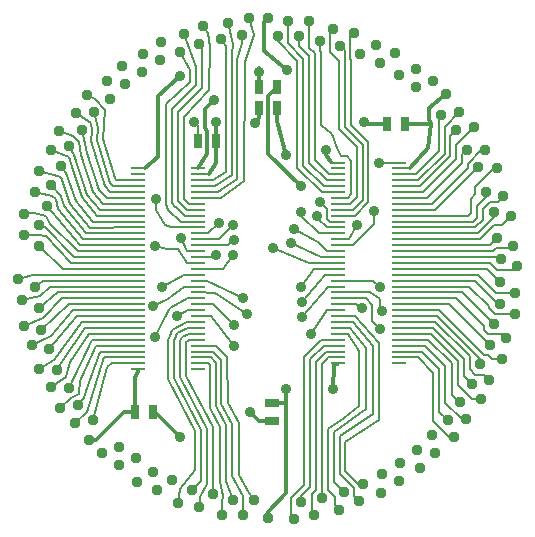
<source format=gtl>
G04 (created by PCBNEW-RS274X (2012-apr-16-27)-stable) date Wed 19 Feb 2014 01:24:25 PM EST*
G01*
G70*
G90*
%MOIN*%
G04 Gerber Fmt 3.4, Leading zero omitted, Abs format*
%FSLAX34Y34*%
G04 APERTURE LIST*
%ADD10C,0.006000*%
%ADD11R,0.025000X0.045000*%
%ADD12C,0.037000*%
%ADD13R,0.045000X0.025000*%
%ADD14R,0.045300X0.009800*%
%ADD15C,0.035000*%
%ADD16C,0.008000*%
%ADD17C,0.011800*%
G04 APERTURE END LIST*
G54D10*
G54D11*
X39070Y-34016D03*
X39670Y-34016D03*
X39070Y-33307D03*
X39670Y-33307D03*
G54D12*
X33386Y-45059D03*
X39350Y-47677D03*
G54D11*
X43942Y-34528D03*
X43342Y-34528D03*
X37643Y-35118D03*
X37043Y-35118D03*
X35517Y-44134D03*
X34917Y-44134D03*
G54D13*
X39508Y-44434D03*
X39508Y-43834D03*
G54D14*
X37028Y-42716D03*
X37028Y-42520D03*
X37028Y-42323D03*
X37028Y-42126D03*
X37028Y-41929D03*
X37028Y-41732D03*
X37028Y-41535D03*
X37028Y-41339D03*
X37028Y-41142D03*
X37028Y-40945D03*
X37028Y-40748D03*
X37028Y-40551D03*
X37028Y-40354D03*
X37028Y-40157D03*
X37028Y-39961D03*
X37028Y-39764D03*
X37028Y-39567D03*
X37028Y-39370D03*
X37028Y-39173D03*
X37028Y-38976D03*
X37028Y-38779D03*
X37028Y-38583D03*
X37028Y-38386D03*
X37028Y-38189D03*
X37028Y-37992D03*
X37028Y-37795D03*
X37028Y-37598D03*
X37028Y-37401D03*
X37028Y-37205D03*
X37028Y-37008D03*
X37028Y-36811D03*
X37028Y-36614D03*
X37028Y-36417D03*
X37028Y-36220D03*
X37028Y-36024D03*
X35020Y-36024D03*
X35020Y-36220D03*
X35020Y-36417D03*
X35020Y-36614D03*
X35020Y-36811D03*
X35020Y-37008D03*
X35020Y-37205D03*
X35020Y-37401D03*
X35020Y-37598D03*
X35020Y-37795D03*
X35020Y-37992D03*
X35020Y-38189D03*
X35020Y-38386D03*
X35020Y-38583D03*
X35020Y-38779D03*
X35020Y-38976D03*
X35020Y-39173D03*
X35020Y-39370D03*
X35020Y-39567D03*
X35020Y-39764D03*
X35020Y-39961D03*
X35020Y-40157D03*
X35020Y-40354D03*
X35020Y-40551D03*
X35020Y-40748D03*
X35020Y-40945D03*
X35020Y-41142D03*
X35020Y-41339D03*
X35020Y-41535D03*
X35020Y-41732D03*
X35020Y-41929D03*
X35020Y-42126D03*
X35020Y-42323D03*
X35020Y-42520D03*
X35020Y-42716D03*
X43721Y-42519D03*
X43721Y-42323D03*
X43721Y-42126D03*
X43721Y-41929D03*
X43721Y-41732D03*
X43721Y-41535D03*
X43721Y-41338D03*
X43721Y-41142D03*
X43721Y-40945D03*
X43721Y-40748D03*
X43721Y-40551D03*
X43721Y-40354D03*
X43721Y-40157D03*
X43721Y-39960D03*
X43721Y-39764D03*
X43721Y-39567D03*
X43721Y-39370D03*
X43721Y-39173D03*
X43721Y-38976D03*
X43721Y-38779D03*
X43721Y-38582D03*
X43721Y-38386D03*
X43721Y-38189D03*
X43721Y-37992D03*
X43721Y-37795D03*
X43721Y-37598D03*
X43721Y-37401D03*
X43721Y-37204D03*
X43721Y-37008D03*
X43721Y-36811D03*
X43721Y-36614D03*
X43721Y-36417D03*
X43721Y-36220D03*
X43721Y-36023D03*
X43721Y-35827D03*
X41713Y-35827D03*
X41713Y-36023D03*
X41713Y-36220D03*
X41713Y-36417D03*
X41713Y-36614D03*
X41713Y-36811D03*
X41713Y-37008D03*
X41713Y-37204D03*
X41713Y-37401D03*
X41713Y-37598D03*
X41713Y-37795D03*
X41713Y-37992D03*
X41713Y-38189D03*
X41713Y-38386D03*
X41713Y-38582D03*
X41713Y-38779D03*
X41713Y-38976D03*
X41713Y-39173D03*
X41713Y-39370D03*
X41713Y-39567D03*
X41713Y-39764D03*
X41713Y-39960D03*
X41713Y-40157D03*
X41713Y-40354D03*
X41713Y-40551D03*
X41713Y-40748D03*
X41713Y-40945D03*
X41713Y-41142D03*
X41713Y-41338D03*
X41713Y-41535D03*
X41713Y-41732D03*
X41713Y-41929D03*
X41713Y-42126D03*
X41713Y-42323D03*
X41713Y-42519D03*
G54D12*
X33346Y-33583D03*
X32952Y-34172D03*
X33558Y-34151D03*
X33164Y-34740D03*
X37835Y-47579D03*
X38544Y-47579D03*
X38189Y-47087D03*
X38898Y-47087D03*
X37520Y-46890D03*
X36825Y-46751D03*
X37076Y-47303D03*
X36381Y-47164D03*
X36181Y-46417D03*
X35526Y-46146D03*
X35666Y-46736D03*
X35011Y-46465D03*
X34980Y-45689D03*
X34391Y-45295D03*
X34412Y-45901D03*
X33823Y-45507D03*
X32441Y-44016D03*
X32942Y-44517D03*
X33039Y-43918D03*
X33541Y-44420D03*
X31732Y-42717D03*
X32125Y-43307D03*
X32338Y-42739D03*
X32731Y-43328D03*
X31220Y-41260D03*
X31491Y-41915D03*
X31810Y-41399D03*
X32081Y-42054D03*
X31043Y-39724D03*
X31181Y-40419D03*
X31594Y-39976D03*
X31732Y-40671D03*
X31240Y-37539D03*
X31240Y-38248D03*
X31732Y-37893D03*
X31732Y-38602D03*
X31732Y-36122D03*
X31593Y-36817D03*
X32145Y-36566D03*
X32006Y-37261D03*
X32402Y-34764D03*
X32131Y-35419D03*
X32721Y-35279D03*
X32450Y-35934D03*
X34094Y-33701D03*
X34595Y-33200D03*
X33996Y-33103D03*
X34498Y-32601D03*
X35177Y-32815D03*
X35767Y-32422D03*
X35199Y-32209D03*
X35788Y-31816D03*
X36417Y-32146D03*
X37072Y-31875D03*
X36556Y-31556D03*
X37211Y-31285D03*
X38740Y-31024D03*
X38045Y-31162D03*
X38488Y-31575D03*
X37793Y-31713D03*
X41083Y-31791D03*
X41778Y-31930D03*
X41527Y-31378D03*
X42222Y-31517D03*
X40217Y-47697D03*
X40912Y-47559D03*
X40469Y-47146D03*
X41164Y-47008D03*
X42539Y-46535D03*
X41884Y-46806D03*
X42400Y-47125D03*
X41745Y-47396D03*
X43760Y-45827D03*
X43170Y-46220D03*
X43738Y-46433D03*
X43149Y-46826D03*
X44843Y-44902D03*
X44342Y-45403D03*
X44941Y-45500D03*
X44439Y-46002D03*
X45571Y-44980D03*
X45965Y-44391D03*
X45359Y-44412D03*
X45753Y-43823D03*
X46476Y-43720D03*
X46747Y-43065D03*
X46157Y-43205D03*
X46428Y-42550D03*
X47165Y-42362D03*
X47304Y-41667D03*
X46752Y-41918D03*
X46891Y-41223D03*
X47598Y-40886D03*
X47598Y-40177D03*
X47106Y-40532D03*
X47106Y-39823D03*
X47677Y-39291D03*
X47539Y-38596D03*
X47126Y-39039D03*
X46988Y-38344D03*
X47480Y-37598D03*
X47209Y-36943D03*
X46890Y-37459D03*
X46619Y-36804D03*
X46988Y-36004D03*
X46595Y-35414D03*
X46382Y-35982D03*
X45989Y-35393D03*
X46240Y-34646D03*
X45739Y-34145D03*
X45642Y-34744D03*
X45140Y-34242D03*
X43720Y-32913D03*
X44309Y-33307D03*
X44288Y-32701D03*
X44877Y-33095D03*
X40748Y-31122D03*
X40039Y-31122D03*
X40394Y-31614D03*
X39685Y-31614D03*
X39370Y-31004D03*
X45295Y-33543D03*
X42441Y-32224D03*
X43096Y-32495D03*
X42956Y-31905D03*
X43611Y-32176D03*
G54D15*
X41102Y-37146D03*
X41004Y-37618D03*
X40472Y-37461D03*
X42323Y-37913D03*
X42894Y-37441D03*
X40217Y-38031D03*
X40118Y-38504D03*
X39528Y-38681D03*
X40472Y-39961D03*
X40492Y-40472D03*
X43091Y-39980D03*
X40512Y-40965D03*
X43169Y-40768D03*
X43110Y-41378D03*
X42500Y-40689D03*
X40787Y-41535D03*
X36437Y-32933D03*
X39075Y-32795D03*
X38917Y-34508D03*
X37559Y-33740D03*
X35630Y-37028D03*
X37717Y-37835D03*
X38209Y-37913D03*
X38248Y-38406D03*
X36457Y-38346D03*
X37638Y-38917D03*
X35591Y-38622D03*
X38189Y-38917D03*
X35827Y-39961D03*
X38543Y-40354D03*
X35531Y-40610D03*
X38661Y-40866D03*
X35610Y-41634D03*
X38228Y-41240D03*
X36319Y-40945D03*
X38228Y-41949D03*
X40453Y-36614D03*
X41299Y-35394D03*
X39980Y-35571D03*
X43051Y-35827D03*
X38760Y-44134D03*
X36417Y-44961D03*
X36909Y-34488D03*
X42559Y-34469D03*
X39980Y-43386D03*
X41535Y-43386D03*
X37618Y-34469D03*
X40000Y-32756D03*
G54D16*
X45448Y-35595D02*
X45448Y-34938D01*
X44429Y-36614D02*
X45448Y-35595D01*
X43721Y-36614D02*
X44429Y-36614D01*
X45448Y-34938D02*
X45642Y-34744D01*
X43721Y-36811D02*
X44527Y-36811D01*
X45630Y-35256D02*
X46240Y-34646D01*
X45630Y-35708D02*
X45630Y-35256D01*
X44527Y-36811D02*
X45630Y-35708D01*
X43721Y-37008D02*
X44665Y-37008D01*
X45827Y-35555D02*
X45989Y-35393D01*
X45827Y-35846D02*
X45827Y-35555D01*
X44665Y-37008D02*
X45827Y-35846D01*
X46024Y-36003D02*
X46024Y-35866D01*
X43721Y-37204D02*
X44823Y-37204D01*
X46476Y-35414D02*
X46595Y-35414D01*
X44823Y-37204D02*
X46024Y-36003D01*
X46024Y-35866D02*
X46476Y-35414D01*
X43721Y-37401D02*
X44941Y-37401D01*
X46382Y-35960D02*
X46382Y-35982D01*
X44941Y-37401D02*
X46382Y-35960D01*
X43721Y-37598D02*
X46024Y-37598D01*
X46280Y-36890D02*
X46280Y-36634D01*
X46910Y-36004D02*
X46988Y-36004D01*
X46122Y-37500D02*
X46122Y-37048D01*
X46122Y-37048D02*
X46280Y-36890D01*
X46280Y-36634D02*
X46910Y-36004D01*
X46024Y-37598D02*
X46122Y-37500D01*
X46319Y-37672D02*
X46319Y-37284D01*
X43721Y-37795D02*
X46196Y-37795D01*
X46196Y-37795D02*
X46319Y-37672D01*
X46319Y-37284D02*
X46619Y-36984D01*
X46619Y-36984D02*
X46619Y-36804D01*
X46260Y-37992D02*
X46516Y-37736D01*
X43721Y-37992D02*
X46260Y-37992D01*
X46516Y-37362D02*
X46752Y-37126D01*
X46752Y-37126D02*
X47026Y-37126D01*
X46516Y-37736D02*
X46516Y-37362D01*
X47026Y-37126D02*
X47209Y-36943D01*
X46358Y-38189D02*
X46890Y-37657D01*
X43721Y-38189D02*
X46358Y-38189D01*
X46890Y-37657D02*
X46890Y-37459D01*
X46436Y-38386D02*
X46909Y-37913D01*
X46909Y-37913D02*
X47165Y-37913D01*
X47165Y-37913D02*
X47480Y-37598D01*
X43721Y-38386D02*
X46436Y-38386D01*
X43721Y-38582D02*
X46750Y-38582D01*
X46750Y-38582D02*
X46988Y-38344D01*
X46871Y-38779D02*
X46969Y-38681D01*
X46969Y-38681D02*
X47454Y-38681D01*
X47454Y-38681D02*
X47539Y-38596D01*
X43721Y-38779D02*
X46871Y-38779D01*
X43721Y-38976D02*
X47063Y-38976D01*
X47063Y-38976D02*
X47126Y-39039D01*
X43721Y-39173D02*
X46772Y-39173D01*
X46772Y-39173D02*
X47008Y-39409D01*
X47008Y-39409D02*
X47559Y-39409D01*
X47559Y-39409D02*
X47677Y-39291D01*
X43721Y-39370D02*
X46653Y-39370D01*
X46653Y-39370D02*
X47106Y-39823D01*
X46359Y-39567D02*
X46969Y-40177D01*
X46969Y-40177D02*
X47598Y-40177D01*
X43721Y-39567D02*
X46359Y-39567D01*
X43721Y-39764D02*
X46279Y-39764D01*
X46279Y-39764D02*
X47047Y-40532D01*
X47047Y-40532D02*
X47106Y-40532D01*
X43721Y-39960D02*
X46082Y-39960D01*
X46082Y-39960D02*
X46732Y-40610D01*
X46732Y-40610D02*
X46732Y-40689D01*
X46929Y-40886D02*
X47598Y-40886D01*
X46732Y-40689D02*
X46929Y-40886D01*
X45825Y-40157D02*
X46891Y-41223D01*
X43721Y-40157D02*
X45825Y-40157D01*
X47192Y-41555D02*
X47304Y-41667D01*
X43721Y-40354D02*
X45629Y-40354D01*
X46555Y-41280D02*
X46555Y-41417D01*
X46693Y-41555D02*
X47192Y-41555D01*
X46555Y-41417D02*
X46693Y-41555D01*
X45629Y-40354D02*
X46555Y-41280D01*
X43721Y-40551D02*
X45385Y-40551D01*
X45385Y-40551D02*
X46752Y-41918D01*
X46575Y-42244D02*
X46712Y-42244D01*
X45079Y-40748D02*
X46575Y-42244D01*
X46712Y-42244D02*
X46830Y-42362D01*
X46830Y-42362D02*
X47165Y-42362D01*
X43721Y-40748D02*
X45079Y-40748D01*
X46428Y-42373D02*
X46428Y-42550D01*
X43721Y-40945D02*
X45000Y-40945D01*
X45000Y-40945D02*
X46428Y-42373D01*
X44941Y-41142D02*
X46083Y-42284D01*
X46280Y-42894D02*
X46576Y-42894D01*
X46576Y-42894D02*
X46747Y-43065D01*
X46083Y-42697D02*
X46280Y-42894D01*
X46083Y-42284D02*
X46083Y-42697D01*
X43721Y-41142D02*
X44941Y-41142D01*
X44862Y-41338D02*
X45886Y-42362D01*
X45886Y-42362D02*
X45886Y-42934D01*
X45886Y-42934D02*
X46157Y-43205D01*
X43721Y-41338D02*
X44862Y-41338D01*
X45689Y-43248D02*
X46161Y-43720D01*
X43721Y-41535D02*
X44783Y-41535D01*
X45689Y-42441D02*
X45689Y-43248D01*
X46161Y-43720D02*
X46476Y-43720D01*
X44783Y-41535D02*
X45689Y-42441D01*
X43721Y-41732D02*
X44704Y-41732D01*
X45492Y-43562D02*
X45753Y-43823D01*
X44704Y-41732D02*
X45492Y-42520D01*
X45492Y-42520D02*
X45492Y-43562D01*
X44606Y-41929D02*
X45276Y-42599D01*
X45828Y-44391D02*
X45965Y-44391D01*
X45276Y-42599D02*
X45276Y-43839D01*
X43721Y-41929D02*
X44606Y-41929D01*
X45276Y-43839D02*
X45828Y-44391D01*
X43721Y-42126D02*
X44488Y-42126D01*
X45079Y-42717D02*
X45079Y-44132D01*
X45079Y-44132D02*
X45359Y-44412D01*
X44488Y-42126D02*
X45079Y-42717D01*
X45413Y-44980D02*
X45571Y-44980D01*
X44370Y-42323D02*
X44882Y-42835D01*
X43721Y-42323D02*
X44370Y-42323D01*
X44882Y-42835D02*
X44882Y-44449D01*
X44882Y-44449D02*
X45413Y-44980D01*
X40925Y-32186D02*
X40748Y-32008D01*
X41713Y-36220D02*
X41398Y-36220D01*
X40748Y-32008D02*
X40748Y-31122D01*
X40925Y-35748D02*
X40925Y-32186D01*
X41398Y-36220D02*
X40925Y-35748D01*
X40728Y-35846D02*
X40728Y-32283D01*
X41713Y-36417D02*
X41319Y-36417D01*
X40394Y-31929D02*
X40394Y-31614D01*
X41319Y-36417D02*
X40728Y-35846D01*
X40728Y-32283D02*
X40394Y-31929D01*
X41240Y-36614D02*
X40531Y-35926D01*
X41713Y-36614D02*
X41240Y-36614D01*
X40531Y-35926D02*
X40531Y-32363D01*
X40531Y-32363D02*
X40039Y-31850D01*
X40039Y-31850D02*
X40039Y-31122D01*
X39685Y-31772D02*
X39685Y-31614D01*
X40335Y-32442D02*
X39685Y-31772D01*
X41713Y-36811D02*
X41162Y-36811D01*
X41162Y-36811D02*
X40335Y-36004D01*
X40335Y-36004D02*
X40335Y-32442D01*
X42027Y-37008D02*
X42146Y-36889D01*
X42146Y-35768D02*
X41988Y-35610D01*
X41791Y-35610D02*
X41673Y-35354D01*
X41988Y-35610D02*
X41791Y-35610D01*
X42146Y-36889D02*
X42146Y-35768D01*
X41673Y-35354D02*
X41496Y-34882D01*
X41122Y-34567D02*
X41122Y-32165D01*
X41122Y-32165D02*
X41083Y-32067D01*
X41083Y-32067D02*
X41083Y-31791D01*
X41496Y-34882D02*
X41122Y-34567D01*
X41713Y-37008D02*
X42027Y-37008D01*
X41732Y-34704D02*
X41732Y-32441D01*
X42343Y-35315D02*
X41732Y-34704D01*
X42343Y-36968D02*
X42343Y-35315D01*
X42107Y-37204D02*
X42343Y-36968D01*
X41437Y-31468D02*
X41527Y-31378D01*
X41732Y-32441D02*
X41437Y-32146D01*
X41437Y-32146D02*
X41437Y-31468D01*
X41713Y-37204D02*
X42107Y-37204D01*
X41929Y-34641D02*
X41929Y-32081D01*
X42525Y-37062D02*
X42525Y-35237D01*
X41713Y-37401D02*
X42186Y-37401D01*
X42186Y-37401D02*
X42525Y-37062D01*
X42525Y-35237D02*
X41929Y-34641D01*
X41929Y-32081D02*
X41778Y-31930D01*
X42111Y-32367D02*
X42111Y-31628D01*
X41713Y-37598D02*
X42264Y-37598D01*
X42111Y-31628D02*
X42222Y-31517D01*
X42126Y-32382D02*
X42111Y-32367D01*
X42126Y-34567D02*
X42126Y-32382D01*
X42707Y-35148D02*
X42126Y-34567D01*
X42264Y-37598D02*
X42707Y-37155D01*
X42707Y-37155D02*
X42707Y-35148D01*
X41339Y-37383D02*
X41102Y-37146D01*
X41339Y-37716D02*
X41339Y-37383D01*
X41418Y-37795D02*
X41339Y-37716D01*
X41713Y-37795D02*
X41418Y-37795D01*
X41713Y-37992D02*
X41319Y-37992D01*
X41319Y-37992D02*
X41004Y-37677D01*
X41004Y-37677D02*
X41004Y-37618D01*
X41063Y-38189D02*
X40472Y-37598D01*
X40472Y-37598D02*
X40472Y-37461D01*
X41063Y-38189D02*
X41713Y-38189D01*
X41713Y-38386D02*
X42067Y-38386D01*
X42067Y-38386D02*
X42323Y-37913D01*
X42894Y-37873D02*
X42894Y-37441D01*
X41713Y-38582D02*
X42185Y-38582D01*
X42185Y-38582D02*
X42894Y-37873D01*
X41043Y-38484D02*
X40217Y-38031D01*
X41713Y-38779D02*
X41338Y-38779D01*
X41338Y-38779D02*
X41043Y-38484D01*
X41142Y-38976D02*
X40118Y-38504D01*
X41713Y-38976D02*
X41575Y-38976D01*
X41555Y-38976D02*
X41142Y-38976D01*
X41575Y-38976D02*
X41555Y-38976D01*
X41713Y-39173D02*
X40728Y-39173D01*
X40728Y-39173D02*
X39528Y-38681D01*
X41713Y-39370D02*
X40905Y-39370D01*
X40905Y-39370D02*
X40472Y-39961D01*
X41713Y-39567D02*
X41280Y-39567D01*
X41280Y-39567D02*
X40492Y-40472D01*
X42875Y-39764D02*
X43091Y-39980D01*
X41713Y-39764D02*
X42875Y-39764D01*
X41713Y-39960D02*
X41378Y-39961D01*
X41378Y-39961D02*
X40512Y-40965D01*
X41713Y-40157D02*
X42776Y-40157D01*
X43110Y-40708D02*
X43169Y-40768D01*
X43110Y-40374D02*
X43110Y-40708D01*
X42776Y-40157D02*
X43110Y-40374D01*
X42835Y-40571D02*
X42835Y-41103D01*
X42835Y-41103D02*
X43110Y-41378D01*
X41713Y-40354D02*
X42618Y-40354D01*
X42618Y-40354D02*
X42835Y-40571D01*
X42303Y-40551D02*
X42500Y-40689D01*
X41713Y-40551D02*
X42303Y-40551D01*
X41713Y-40748D02*
X41319Y-40748D01*
X41319Y-40748D02*
X41319Y-40748D01*
X41319Y-40748D02*
X40787Y-41535D01*
X41949Y-45138D02*
X41949Y-46122D01*
X43071Y-41858D02*
X43071Y-44415D01*
X41949Y-46122D02*
X42362Y-46535D01*
X42362Y-46535D02*
X42539Y-46535D01*
X41713Y-40945D02*
X42266Y-40945D01*
X43071Y-44415D02*
X41949Y-45138D01*
X42266Y-40945D02*
X43071Y-41858D01*
X42224Y-46949D02*
X42400Y-47125D01*
X41752Y-46201D02*
X42224Y-46673D01*
X42224Y-46673D02*
X42224Y-46949D01*
X42874Y-41953D02*
X42874Y-44213D01*
X41713Y-41142D02*
X42185Y-41142D01*
X41752Y-44942D02*
X41752Y-46201D01*
X42874Y-44213D02*
X41752Y-44942D01*
X42185Y-41142D02*
X42874Y-41953D01*
X41713Y-41338D02*
X42105Y-41338D01*
X41555Y-46477D02*
X41884Y-46806D01*
X41555Y-44823D02*
X41555Y-46477D01*
X42618Y-44055D02*
X41555Y-44823D01*
X42618Y-42014D02*
X42618Y-44055D01*
X42105Y-41338D02*
X42618Y-42014D01*
X41358Y-46732D02*
X41594Y-46968D01*
X41594Y-47245D02*
X41745Y-47396D01*
X41594Y-46968D02*
X41594Y-47245D01*
X42402Y-42106D02*
X42402Y-42736D01*
X41890Y-44331D02*
X41358Y-44705D01*
X41358Y-44705D02*
X41358Y-46732D01*
X42402Y-43937D02*
X41890Y-44331D01*
X42402Y-42736D02*
X42402Y-43937D01*
X42027Y-41535D02*
X42402Y-42106D01*
X41713Y-41535D02*
X42027Y-41535D01*
X40571Y-46575D02*
X40138Y-47008D01*
X41142Y-41732D02*
X40571Y-42303D01*
X40138Y-47618D02*
X40217Y-47697D01*
X41713Y-41732D02*
X41142Y-41732D01*
X40138Y-47008D02*
X40138Y-47618D01*
X40571Y-42303D02*
X40571Y-46575D01*
X40768Y-46653D02*
X40469Y-46952D01*
X40768Y-42382D02*
X40768Y-46653D01*
X40469Y-46952D02*
X40469Y-47146D01*
X41713Y-41929D02*
X41221Y-41929D01*
X41221Y-41929D02*
X40768Y-42382D01*
X41713Y-42126D02*
X41299Y-42126D01*
X40827Y-47474D02*
X40912Y-47559D01*
X40827Y-46870D02*
X40827Y-47474D01*
X40965Y-46732D02*
X40827Y-46870D01*
X40965Y-42460D02*
X40965Y-46732D01*
X41299Y-42126D02*
X40965Y-42460D01*
X41339Y-42362D02*
X41338Y-42362D01*
X41164Y-42536D02*
X41164Y-47008D01*
X41338Y-42362D02*
X41164Y-42536D01*
X41378Y-42323D02*
X41339Y-42362D01*
X41713Y-42323D02*
X41378Y-42323D01*
X45059Y-35452D02*
X45059Y-34323D01*
X43721Y-36220D02*
X44291Y-36220D01*
X44291Y-36220D02*
X45059Y-35452D01*
X45059Y-34323D02*
X45140Y-34242D01*
X45256Y-34628D02*
X45739Y-34145D01*
X44370Y-36417D02*
X45256Y-35531D01*
X45256Y-35531D02*
X45256Y-34628D01*
X43721Y-36417D02*
X44370Y-36417D01*
X35020Y-36024D02*
X35256Y-36004D01*
G54D17*
X35689Y-35650D02*
X35689Y-33622D01*
X35256Y-36004D02*
X35689Y-35650D01*
G54D16*
X39075Y-32795D02*
X39070Y-32682D01*
G54D17*
X39070Y-32682D02*
X39070Y-33307D01*
X35689Y-33622D02*
X36437Y-32933D01*
X37343Y-34764D02*
X37264Y-34685D01*
X38917Y-34508D02*
X39075Y-34331D01*
X37343Y-35531D02*
X37343Y-34764D01*
X37028Y-36004D02*
X37343Y-35531D01*
G54D16*
X37559Y-33760D02*
X37559Y-33740D01*
X37028Y-36024D02*
X37028Y-36004D01*
G54D17*
X39075Y-34331D02*
X39070Y-34016D01*
X37264Y-34685D02*
X37264Y-34035D01*
X37264Y-34035D02*
X37559Y-33740D01*
G54D16*
X33602Y-33701D02*
X33346Y-33583D01*
X34311Y-36417D02*
X34252Y-36358D01*
X34252Y-36358D02*
X33878Y-35039D01*
X35020Y-36417D02*
X34311Y-36417D01*
X33878Y-35039D02*
X33937Y-34075D01*
X33937Y-34075D02*
X33602Y-33701D01*
X32480Y-36949D02*
X32145Y-36566D01*
X34508Y-38189D02*
X33307Y-38187D01*
X33307Y-38187D02*
X32559Y-37283D01*
X32559Y-37283D02*
X32480Y-36949D01*
X35020Y-38189D02*
X34508Y-38189D01*
X35020Y-38386D02*
X33209Y-38386D01*
X32303Y-37047D02*
X32165Y-36949D01*
X33209Y-38386D02*
X32362Y-37362D01*
X32362Y-37362D02*
X32303Y-37047D01*
X32165Y-36949D02*
X31593Y-36817D01*
X35020Y-38583D02*
X33110Y-38583D01*
X33110Y-38583D02*
X32006Y-37261D01*
X32106Y-37874D02*
X31969Y-37598D01*
X31969Y-37598D02*
X31575Y-37500D01*
X31575Y-37500D02*
X31240Y-37539D01*
X35020Y-38779D02*
X33031Y-38780D01*
X33031Y-38780D02*
X32106Y-37874D01*
X32894Y-38976D02*
X31949Y-37992D01*
X35020Y-38976D02*
X32894Y-38976D01*
X31949Y-37992D02*
X31732Y-37893D01*
X31713Y-38248D02*
X31240Y-38248D01*
X35020Y-39173D02*
X32795Y-39173D01*
X31969Y-38287D02*
X31713Y-38248D01*
X32795Y-39173D02*
X31969Y-38287D01*
X35020Y-39370D02*
X32520Y-39370D01*
X32520Y-39370D02*
X31732Y-38602D01*
X31535Y-39567D02*
X31043Y-39724D01*
X35020Y-39567D02*
X31535Y-39567D01*
X31850Y-39764D02*
X31594Y-39976D01*
X35020Y-39764D02*
X31850Y-39764D01*
X35020Y-39961D02*
X32106Y-39961D01*
X32106Y-39961D02*
X31772Y-40276D01*
X31772Y-40276D02*
X31181Y-40419D01*
X34094Y-36496D02*
X33681Y-35059D01*
X33701Y-34685D02*
X33558Y-34151D01*
X34213Y-36614D02*
X34094Y-36496D01*
X35020Y-36614D02*
X34213Y-36614D01*
X33681Y-35059D02*
X33701Y-34685D01*
X35020Y-40157D02*
X32362Y-40157D01*
X32362Y-40157D02*
X31732Y-40671D01*
X32500Y-40354D02*
X31870Y-41024D01*
X31870Y-41024D02*
X31220Y-41260D01*
X35020Y-40354D02*
X32500Y-40354D01*
X35020Y-40551D02*
X32717Y-40551D01*
X32717Y-40551D02*
X31810Y-41399D01*
X32874Y-40748D02*
X32126Y-41614D01*
X32126Y-41614D02*
X31491Y-41915D01*
X35020Y-40748D02*
X32874Y-40748D01*
X33012Y-40945D02*
X32081Y-42054D01*
X35020Y-40945D02*
X33012Y-40945D01*
X33150Y-41142D02*
X32224Y-42421D01*
X32224Y-42421D02*
X31732Y-42717D01*
X35020Y-41142D02*
X33150Y-41142D01*
X33268Y-41339D02*
X32520Y-42421D01*
X35020Y-41339D02*
X33268Y-41339D01*
X32520Y-42421D02*
X32338Y-42739D01*
X33386Y-41535D02*
X32756Y-42461D01*
X35020Y-41535D02*
X33386Y-41535D01*
X32756Y-42461D02*
X32618Y-42992D01*
X32618Y-42992D02*
X32125Y-43307D01*
X33484Y-41732D02*
X32731Y-43328D01*
X35020Y-41732D02*
X33484Y-41732D01*
X35020Y-41929D02*
X33622Y-41929D01*
X33622Y-41929D02*
X33084Y-43109D01*
X32795Y-43661D02*
X32441Y-44016D01*
X33071Y-43543D02*
X32795Y-43661D01*
X33084Y-43109D02*
X33071Y-43543D01*
X33465Y-35098D02*
X33504Y-34783D01*
X34094Y-36811D02*
X33917Y-36614D01*
X33504Y-34783D02*
X33465Y-34508D01*
X33465Y-34508D02*
X32952Y-34172D01*
X33917Y-36614D02*
X33465Y-35098D01*
X35020Y-36811D02*
X34094Y-36811D01*
X33287Y-43445D02*
X33228Y-43681D01*
X33760Y-42126D02*
X33287Y-43445D01*
X35020Y-42126D02*
X33760Y-42126D01*
X33228Y-43681D02*
X33039Y-43918D01*
X35020Y-42323D02*
X33898Y-42323D01*
X33327Y-44154D02*
X32942Y-44517D01*
X33898Y-42323D02*
X33327Y-44154D01*
X34173Y-42520D02*
X33996Y-42657D01*
X35020Y-42520D02*
X34173Y-42520D01*
X33996Y-42657D02*
X33541Y-44420D01*
X37953Y-36129D02*
X37953Y-31938D01*
X37520Y-36417D02*
X37953Y-36129D01*
X37953Y-31938D02*
X37793Y-31713D01*
X37028Y-36417D02*
X37520Y-36417D01*
X37598Y-36614D02*
X38150Y-36246D01*
X37028Y-36614D02*
X37559Y-36614D01*
X37559Y-36614D02*
X37598Y-36614D01*
X38150Y-36246D02*
X38150Y-32213D01*
X38209Y-31890D02*
X38045Y-31162D01*
X38150Y-32213D02*
X38209Y-31890D01*
X37028Y-36811D02*
X37697Y-36811D01*
X38484Y-31831D02*
X38488Y-31575D01*
X38346Y-36359D02*
X38346Y-32402D01*
X38346Y-32402D02*
X38484Y-31831D01*
X37697Y-36811D02*
X38346Y-36359D01*
X38898Y-31575D02*
X38740Y-31024D01*
X37028Y-37008D02*
X37795Y-37008D01*
X38564Y-36437D02*
X38583Y-32460D01*
X38583Y-32460D02*
X38898Y-31575D01*
X37795Y-37008D02*
X38564Y-36437D01*
X37362Y-31516D02*
X37211Y-31285D01*
X37403Y-33394D02*
X37430Y-31966D01*
X37028Y-37205D02*
X36732Y-37205D01*
X37430Y-31966D02*
X37362Y-31516D01*
X36555Y-34322D02*
X37403Y-33394D01*
X36732Y-37205D02*
X36555Y-37026D01*
X36555Y-37026D02*
X36555Y-34322D01*
X37028Y-37401D02*
X36713Y-37402D01*
X37165Y-33327D02*
X37165Y-31957D01*
X37165Y-31957D02*
X37072Y-31875D01*
X36359Y-37107D02*
X36359Y-34155D01*
X36359Y-34155D02*
X37165Y-33327D01*
X36496Y-37244D02*
X36359Y-37107D01*
X36713Y-37402D02*
X36673Y-37402D01*
X36673Y-37402D02*
X36496Y-37244D01*
X35020Y-37008D02*
X33996Y-37008D01*
X33740Y-36732D02*
X33346Y-35512D01*
X33996Y-37008D02*
X33740Y-36732D01*
X33346Y-35512D02*
X33164Y-34740D01*
X37028Y-37598D02*
X36614Y-37598D01*
X36969Y-32640D02*
X36556Y-31556D01*
X36161Y-34055D02*
X36969Y-33247D01*
X36969Y-33247D02*
X36969Y-32640D01*
X36614Y-37598D02*
X36299Y-37323D01*
X36161Y-37184D02*
X36161Y-34055D01*
X36299Y-37323D02*
X36280Y-37303D01*
X36280Y-37303D02*
X36161Y-37184D01*
X36772Y-32749D02*
X36417Y-32146D01*
X35965Y-33878D02*
X36772Y-33149D01*
X35965Y-37224D02*
X35965Y-33878D01*
X36476Y-37795D02*
X36043Y-37402D01*
X37028Y-37795D02*
X36476Y-37795D01*
X36043Y-37402D02*
X35965Y-37224D01*
X36772Y-33149D02*
X36772Y-32749D01*
X35630Y-37402D02*
X35630Y-37028D01*
X36142Y-37992D02*
X35945Y-37894D01*
X37028Y-37992D02*
X36673Y-37992D01*
X35945Y-37894D02*
X35630Y-37402D01*
X36673Y-37992D02*
X36142Y-37992D01*
X37363Y-38189D02*
X37028Y-38189D01*
X37363Y-38189D02*
X37717Y-37835D01*
X37028Y-38386D02*
X37736Y-38386D01*
X37736Y-38386D02*
X38209Y-37913D01*
X37028Y-38583D02*
X37362Y-38583D01*
X37362Y-38583D02*
X37362Y-38583D01*
X37362Y-38583D02*
X38021Y-38583D01*
X38021Y-38583D02*
X38248Y-38406D01*
X37028Y-38779D02*
X36791Y-38780D01*
X36673Y-38780D02*
X36457Y-38346D01*
X36791Y-38780D02*
X36673Y-38780D01*
X37028Y-38976D02*
X37579Y-38976D01*
X37579Y-38976D02*
X37638Y-38917D01*
X36356Y-38701D02*
X36002Y-38699D01*
X36002Y-38699D02*
X35591Y-38622D01*
X36654Y-39173D02*
X36356Y-38701D01*
X37028Y-39173D02*
X36654Y-39173D01*
X37854Y-39370D02*
X38189Y-38917D01*
X37028Y-39370D02*
X37854Y-39370D01*
X35020Y-37205D02*
X33878Y-37205D01*
X32874Y-34941D02*
X32402Y-34764D01*
X33130Y-35591D02*
X33071Y-35157D01*
X33543Y-36811D02*
X33130Y-35591D01*
X33878Y-37205D02*
X33543Y-36811D01*
X33071Y-35157D02*
X32874Y-34941D01*
X37028Y-39567D02*
X36555Y-39577D01*
X36555Y-39577D02*
X35827Y-39961D01*
X37343Y-39772D02*
X38543Y-40354D01*
X37028Y-39764D02*
X37343Y-39772D01*
X36201Y-40256D02*
X36043Y-40374D01*
X36575Y-39961D02*
X36299Y-40177D01*
X36299Y-40177D02*
X36201Y-40256D01*
X36043Y-40374D02*
X35531Y-40610D01*
X37028Y-39961D02*
X36575Y-39961D01*
X37028Y-40157D02*
X37598Y-40167D01*
X37598Y-40167D02*
X38661Y-40866D01*
X37028Y-40354D02*
X36693Y-40354D01*
X36693Y-40354D02*
X36102Y-40669D01*
X36102Y-40669D02*
X35886Y-41043D01*
X35886Y-41043D02*
X35610Y-41634D01*
X37539Y-40551D02*
X38228Y-41240D01*
X37028Y-40551D02*
X37539Y-40551D01*
X37028Y-40748D02*
X36693Y-40748D01*
X36693Y-40748D02*
X36319Y-40945D01*
X37461Y-40945D02*
X37460Y-40945D01*
X37460Y-40945D02*
X37480Y-40945D01*
X37028Y-40945D02*
X37461Y-40945D01*
X37480Y-40945D02*
X38228Y-41949D01*
X36063Y-41673D02*
X36043Y-41732D01*
X37028Y-41142D02*
X36654Y-41142D01*
X36161Y-41398D02*
X36083Y-41614D01*
X36083Y-41614D02*
X36063Y-41673D01*
X36417Y-46693D02*
X36381Y-47164D01*
X36929Y-44783D02*
X36929Y-46083D01*
X36043Y-43051D02*
X36929Y-44783D01*
X36654Y-41142D02*
X36161Y-41398D01*
X36929Y-46083D02*
X36417Y-46693D01*
X36043Y-41732D02*
X36043Y-43051D01*
X36240Y-41732D02*
X36240Y-43012D01*
X36260Y-41693D02*
X36240Y-41732D01*
X37126Y-44744D02*
X37126Y-46437D01*
X36693Y-41339D02*
X36339Y-41516D01*
X36240Y-43012D02*
X37126Y-44744D01*
X37028Y-41339D02*
X36693Y-41339D01*
X37126Y-46437D02*
X36825Y-46751D01*
X36339Y-41516D02*
X36260Y-41693D01*
X33346Y-36909D02*
X32913Y-35571D01*
X33780Y-37402D02*
X33346Y-36909D01*
X32913Y-35571D02*
X32721Y-35279D01*
X35020Y-37401D02*
X33780Y-37402D01*
X36496Y-41654D02*
X36437Y-41791D01*
X37323Y-46535D02*
X37106Y-46969D01*
X37028Y-41535D02*
X36732Y-41535D01*
X36732Y-41535D02*
X36496Y-41654D01*
X36437Y-41791D02*
X36437Y-42972D01*
X37323Y-44705D02*
X37323Y-46535D01*
X37106Y-46969D02*
X37076Y-47303D01*
X36437Y-42972D02*
X37323Y-44705D01*
X36772Y-41732D02*
X36673Y-41772D01*
X36634Y-42933D02*
X37520Y-44646D01*
X36634Y-41811D02*
X36634Y-42933D01*
X37520Y-44646D02*
X37520Y-46890D01*
X36673Y-41772D02*
X36634Y-41811D01*
X37028Y-41732D02*
X36772Y-41732D01*
X38012Y-42323D02*
X38031Y-43839D01*
X38031Y-43839D02*
X38386Y-44508D01*
X37618Y-41929D02*
X37992Y-42303D01*
X37992Y-42303D02*
X38012Y-42323D01*
X38386Y-44508D02*
X38386Y-46240D01*
X38720Y-46831D02*
X38898Y-47087D01*
X37028Y-41929D02*
X37618Y-41929D01*
X38386Y-46240D02*
X38720Y-46831D01*
X38169Y-44547D02*
X38169Y-46280D01*
X38543Y-46929D02*
X38544Y-47579D01*
X38169Y-46280D02*
X38543Y-46929D01*
X37480Y-42126D02*
X37539Y-42126D01*
X37815Y-43878D02*
X38169Y-44547D01*
X37815Y-42402D02*
X37815Y-43878D01*
X37028Y-42126D02*
X37480Y-42126D01*
X37539Y-42126D02*
X37815Y-42402D01*
X37402Y-42323D02*
X37461Y-42323D01*
X37618Y-42480D02*
X37618Y-43937D01*
X37461Y-42323D02*
X37598Y-42461D01*
X37953Y-46457D02*
X38189Y-47087D01*
X37028Y-42323D02*
X37402Y-42323D01*
X37953Y-44587D02*
X37953Y-46457D01*
X37598Y-42461D02*
X37618Y-42480D01*
X37618Y-43937D02*
X37953Y-44587D01*
X37835Y-47146D02*
X37835Y-47579D01*
X37421Y-42579D02*
X37421Y-43996D01*
X37756Y-46476D02*
X37835Y-46772D01*
X37421Y-43996D02*
X37756Y-44646D01*
X37756Y-44646D02*
X37756Y-46476D01*
X37362Y-42520D02*
X37421Y-42579D01*
X37835Y-46772D02*
X37874Y-46929D01*
X37874Y-46929D02*
X37835Y-47146D01*
X37028Y-42520D02*
X37362Y-42520D01*
X33150Y-36988D02*
X32854Y-36083D01*
X33661Y-37598D02*
X33150Y-36988D01*
X35020Y-37598D02*
X33661Y-37598D01*
X32736Y-35650D02*
X32131Y-35419D01*
X32854Y-36083D02*
X32736Y-35650D01*
X33543Y-37795D02*
X32972Y-37106D01*
X32638Y-36181D02*
X32450Y-35934D01*
X35020Y-37795D02*
X33543Y-37795D01*
X32972Y-37106D02*
X32638Y-36181D01*
X35020Y-37992D02*
X33445Y-37997D01*
X32776Y-37205D02*
X32461Y-36299D01*
X33445Y-37997D02*
X32776Y-37205D01*
X32461Y-36299D02*
X31732Y-36122D01*
G54D17*
X40453Y-36614D02*
X39370Y-35531D01*
G54D16*
X41713Y-35827D02*
X41555Y-35827D01*
G54D17*
X39370Y-35531D02*
X39370Y-33607D01*
G54D16*
X41555Y-35827D02*
X41476Y-35807D01*
G54D17*
X41476Y-35807D02*
X41299Y-35571D01*
X39370Y-33607D02*
X39670Y-33307D01*
X41299Y-35571D02*
X41299Y-35394D01*
G54D16*
X43721Y-35827D02*
X43051Y-35827D01*
G54D17*
X39670Y-34453D02*
X39670Y-34016D01*
X39980Y-35571D02*
X39670Y-34453D01*
G54D16*
X35517Y-44134D02*
X35590Y-44134D01*
G54D17*
X39060Y-44434D02*
X39508Y-44434D01*
X39060Y-44434D02*
X38760Y-44134D01*
G54D16*
X37043Y-35118D02*
X37043Y-34602D01*
X37043Y-34602D02*
X36909Y-34488D01*
G54D17*
X35590Y-44134D02*
X36417Y-44961D01*
X42618Y-34528D02*
X42559Y-34469D01*
G54D16*
X36983Y-34542D02*
X36909Y-34488D01*
G54D17*
X43342Y-34528D02*
X42618Y-34528D01*
X39980Y-46850D02*
X39350Y-47480D01*
X39980Y-43386D02*
X39980Y-43839D01*
X39508Y-43834D02*
X39980Y-43834D01*
G54D16*
X39980Y-43839D02*
X39528Y-43839D01*
G54D17*
X39350Y-47480D02*
X39350Y-47677D01*
X39980Y-43386D02*
X39980Y-46850D01*
G54D16*
X41713Y-42578D02*
X41555Y-42579D01*
X41713Y-42519D02*
X41713Y-42578D01*
X39980Y-43834D02*
X39980Y-43839D01*
G54D17*
X41555Y-42579D02*
X41535Y-43386D01*
X44803Y-34528D02*
X44744Y-34390D01*
G54D16*
X44035Y-36023D02*
X44114Y-36004D01*
X43721Y-36023D02*
X44035Y-36023D01*
G54D17*
X43942Y-34528D02*
X44803Y-34528D01*
X44744Y-34015D02*
X45295Y-33543D01*
X44744Y-34390D02*
X44744Y-34015D01*
G54D16*
X44803Y-34528D02*
X44803Y-34528D01*
G54D17*
X44685Y-35354D02*
X44803Y-34528D01*
X44114Y-36004D02*
X44685Y-35354D01*
G54D16*
X45295Y-33543D02*
X45295Y-33544D01*
G54D17*
X37643Y-35118D02*
X37643Y-34514D01*
G54D16*
X37643Y-34514D02*
X37618Y-34469D01*
X37402Y-36220D02*
X37402Y-36201D01*
X37638Y-35123D02*
X37643Y-35118D01*
G54D17*
X37638Y-35846D02*
X37638Y-35123D01*
X37402Y-36201D02*
X37638Y-35846D01*
X39232Y-31142D02*
X39370Y-31004D01*
X40000Y-32756D02*
X39232Y-32106D01*
X39232Y-32106D02*
X39232Y-31142D01*
G54D16*
X37618Y-34469D02*
X37618Y-34469D01*
X37028Y-36220D02*
X37382Y-36220D01*
X37382Y-36220D02*
X37402Y-36220D01*
X37402Y-36220D02*
X37402Y-36220D01*
G54D17*
X33386Y-45059D02*
X33642Y-45059D01*
X34567Y-44134D02*
X34917Y-44134D01*
X33642Y-45059D02*
X34567Y-44134D01*
G54D16*
X35020Y-42716D02*
X35020Y-42776D01*
G54D17*
X34917Y-42997D02*
X34917Y-44134D01*
X35020Y-42776D02*
X34917Y-42997D01*
M02*

</source>
